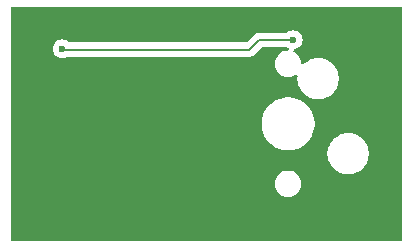
<source format=gbr>
G04 #@! TF.GenerationSoftware,KiCad,Pcbnew,8.0.6*
G04 #@! TF.CreationDate,2025-06-28T12:58:56+01:00*
G04 #@! TF.ProjectId,1x1,3178312e-6b69-4636-9164-5f7063625858,0.1*
G04 #@! TF.SameCoordinates,Original*
G04 #@! TF.FileFunction,Copper,L1,Top*
G04 #@! TF.FilePolarity,Positive*
%FSLAX46Y46*%
G04 Gerber Fmt 4.6, Leading zero omitted, Abs format (unit mm)*
G04 Created by KiCad (PCBNEW 8.0.6) date 2025-06-28 12:58:56*
%MOMM*%
%LPD*%
G01*
G04 APERTURE LIST*
G04 #@! TA.AperFunction,ViaPad*
%ADD10C,0.600000*%
G04 #@! TD*
G04 #@! TA.AperFunction,Conductor*
%ADD11C,0.200000*%
G04 #@! TD*
G04 APERTURE END LIST*
D10*
X115344066Y-54546000D03*
X95786066Y-55308000D03*
D11*
X111633124Y-55368000D02*
X112455124Y-54546000D01*
X95846066Y-55368000D02*
X111633124Y-55368000D01*
X112455124Y-54546000D02*
X115344066Y-54546000D01*
X95786066Y-55308000D02*
X95846066Y-55368000D01*
G04 #@! TA.AperFunction,NonConductor*
G36*
X124524605Y-51764185D02*
G01*
X124570360Y-51816989D01*
X124581566Y-51868500D01*
X124581566Y-71447500D01*
X124561881Y-71514539D01*
X124509077Y-71560294D01*
X124457566Y-71571500D01*
X91584566Y-71571500D01*
X91517527Y-71551815D01*
X91471772Y-71499011D01*
X91460566Y-71447500D01*
X91460566Y-66649421D01*
X113794500Y-66649421D01*
X113794500Y-66826578D01*
X113822214Y-67001556D01*
X113876956Y-67170039D01*
X113876957Y-67170042D01*
X113957386Y-67327890D01*
X114061517Y-67471214D01*
X114186786Y-67596483D01*
X114330110Y-67700614D01*
X114407529Y-67740061D01*
X114487957Y-67781042D01*
X114487960Y-67781043D01*
X114572201Y-67808414D01*
X114656445Y-67835786D01*
X114831421Y-67863500D01*
X114831422Y-67863500D01*
X115008578Y-67863500D01*
X115008579Y-67863500D01*
X115183555Y-67835786D01*
X115352042Y-67781042D01*
X115509890Y-67700614D01*
X115653214Y-67596483D01*
X115778483Y-67471214D01*
X115882614Y-67327890D01*
X115963042Y-67170042D01*
X116017786Y-67001555D01*
X116045500Y-66826579D01*
X116045500Y-66649421D01*
X116017786Y-66474445D01*
X115963042Y-66305958D01*
X115963042Y-66305957D01*
X115882613Y-66148109D01*
X115778483Y-66004786D01*
X115653214Y-65879517D01*
X115509890Y-65775386D01*
X115501953Y-65771342D01*
X115352042Y-65694957D01*
X115352039Y-65694956D01*
X115183556Y-65640214D01*
X115096067Y-65626357D01*
X115008579Y-65612500D01*
X114831421Y-65612500D01*
X114773095Y-65621738D01*
X114656443Y-65640214D01*
X114487960Y-65694956D01*
X114487957Y-65694957D01*
X114330109Y-65775386D01*
X114248338Y-65834796D01*
X114186786Y-65879517D01*
X114186784Y-65879519D01*
X114186783Y-65879519D01*
X114061519Y-66004783D01*
X114061519Y-66004784D01*
X114061517Y-66004786D01*
X114016796Y-66066338D01*
X113957386Y-66148109D01*
X113876957Y-66305957D01*
X113876956Y-66305960D01*
X113822214Y-66474443D01*
X113794500Y-66649421D01*
X91460566Y-66649421D01*
X91460566Y-64083258D01*
X118249500Y-64083258D01*
X118249500Y-64312741D01*
X118274446Y-64502215D01*
X118279452Y-64540238D01*
X118279453Y-64540240D01*
X118338842Y-64761887D01*
X118426650Y-64973876D01*
X118426657Y-64973890D01*
X118541392Y-65172617D01*
X118681081Y-65354661D01*
X118681089Y-65354670D01*
X118843330Y-65516911D01*
X118843338Y-65516918D01*
X119025382Y-65656607D01*
X119025385Y-65656608D01*
X119025388Y-65656611D01*
X119224112Y-65771344D01*
X119224117Y-65771346D01*
X119224123Y-65771349D01*
X119315480Y-65809190D01*
X119436113Y-65859158D01*
X119657762Y-65918548D01*
X119885266Y-65948500D01*
X119885273Y-65948500D01*
X120114727Y-65948500D01*
X120114734Y-65948500D01*
X120342238Y-65918548D01*
X120563887Y-65859158D01*
X120775888Y-65771344D01*
X120974612Y-65656611D01*
X121156661Y-65516919D01*
X121156665Y-65516914D01*
X121156670Y-65516911D01*
X121318911Y-65354670D01*
X121318914Y-65354665D01*
X121318919Y-65354661D01*
X121458611Y-65172612D01*
X121573344Y-64973888D01*
X121661158Y-64761887D01*
X121720548Y-64540238D01*
X121750500Y-64312734D01*
X121750500Y-64083266D01*
X121720548Y-63855762D01*
X121661158Y-63634113D01*
X121573344Y-63422112D01*
X121458611Y-63223388D01*
X121458608Y-63223385D01*
X121458607Y-63223382D01*
X121318918Y-63041338D01*
X121318911Y-63041330D01*
X121156670Y-62879089D01*
X121156661Y-62879081D01*
X120974617Y-62739392D01*
X120775890Y-62624657D01*
X120775876Y-62624650D01*
X120563887Y-62536842D01*
X120342238Y-62477452D01*
X120304215Y-62472446D01*
X120114741Y-62447500D01*
X120114734Y-62447500D01*
X119885266Y-62447500D01*
X119885258Y-62447500D01*
X119668715Y-62476009D01*
X119657762Y-62477452D01*
X119564076Y-62502554D01*
X119436112Y-62536842D01*
X119224123Y-62624650D01*
X119224109Y-62624657D01*
X119025382Y-62739392D01*
X118843338Y-62879081D01*
X118681081Y-63041338D01*
X118541392Y-63223382D01*
X118426657Y-63422109D01*
X118426650Y-63422123D01*
X118338842Y-63634112D01*
X118279453Y-63855759D01*
X118279451Y-63855770D01*
X118249500Y-64083258D01*
X91460566Y-64083258D01*
X91460566Y-61510900D01*
X112675600Y-61510900D01*
X112675600Y-61805099D01*
X112675601Y-61805116D01*
X112714001Y-62096796D01*
X112790152Y-62380994D01*
X112902734Y-62652794D01*
X112902742Y-62652810D01*
X113049840Y-62907589D01*
X113049851Y-62907605D01*
X113228948Y-63141009D01*
X113228954Y-63141016D01*
X113436983Y-63349045D01*
X113436990Y-63349051D01*
X113603205Y-63476592D01*
X113670403Y-63528155D01*
X113670410Y-63528159D01*
X113925189Y-63675257D01*
X113925205Y-63675265D01*
X114197005Y-63787847D01*
X114197007Y-63787847D01*
X114197013Y-63787850D01*
X114481200Y-63863998D01*
X114772894Y-63902400D01*
X114772901Y-63902400D01*
X115067099Y-63902400D01*
X115067106Y-63902400D01*
X115358800Y-63863998D01*
X115642987Y-63787850D01*
X115716318Y-63757475D01*
X115914794Y-63675265D01*
X115914797Y-63675263D01*
X115914803Y-63675261D01*
X116169597Y-63528155D01*
X116403011Y-63349050D01*
X116611050Y-63141011D01*
X116790155Y-62907597D01*
X116937261Y-62652803D01*
X116948920Y-62624657D01*
X117049847Y-62380994D01*
X117049846Y-62380994D01*
X117049850Y-62380987D01*
X117125998Y-62096800D01*
X117164400Y-61805106D01*
X117164400Y-61510894D01*
X117125998Y-61219200D01*
X117049850Y-60935013D01*
X117049847Y-60935005D01*
X116937265Y-60663205D01*
X116937257Y-60663189D01*
X116790159Y-60408410D01*
X116790155Y-60408403D01*
X116611050Y-60174989D01*
X116611045Y-60174983D01*
X116403016Y-59966954D01*
X116403009Y-59966948D01*
X116169605Y-59787851D01*
X116169603Y-59787849D01*
X116169597Y-59787845D01*
X116169592Y-59787842D01*
X116169589Y-59787840D01*
X115914810Y-59640742D01*
X115914794Y-59640734D01*
X115642994Y-59528152D01*
X115358796Y-59452001D01*
X115067116Y-59413601D01*
X115067111Y-59413600D01*
X115067106Y-59413600D01*
X114772894Y-59413600D01*
X114772888Y-59413600D01*
X114772883Y-59413601D01*
X114481203Y-59452001D01*
X114197005Y-59528152D01*
X113925205Y-59640734D01*
X113925189Y-59640742D01*
X113670410Y-59787840D01*
X113670394Y-59787851D01*
X113436990Y-59966948D01*
X113436983Y-59966954D01*
X113228954Y-60174983D01*
X113228948Y-60174990D01*
X113049851Y-60408394D01*
X113049840Y-60408410D01*
X112902742Y-60663189D01*
X112902734Y-60663205D01*
X112790152Y-60935005D01*
X112714001Y-61219203D01*
X112675601Y-61510883D01*
X112675600Y-61510900D01*
X91460566Y-61510900D01*
X91460566Y-55307996D01*
X94980501Y-55307996D01*
X94980501Y-55308003D01*
X95000696Y-55487249D01*
X95000697Y-55487254D01*
X95060277Y-55657523D01*
X95099231Y-55719517D01*
X95156250Y-55810262D01*
X95283804Y-55937816D01*
X95436544Y-56033789D01*
X95606805Y-56093366D01*
X95606811Y-56093368D01*
X95606816Y-56093369D01*
X95786062Y-56113565D01*
X95786066Y-56113565D01*
X95786070Y-56113565D01*
X95965315Y-56093369D01*
X95965317Y-56093368D01*
X95965321Y-56093368D01*
X95965324Y-56093366D01*
X95965328Y-56093366D01*
X96055443Y-56061832D01*
X96135588Y-56033789D01*
X96209247Y-55987505D01*
X96275219Y-55968500D01*
X111546455Y-55968500D01*
X111546471Y-55968501D01*
X111554067Y-55968501D01*
X111712178Y-55968501D01*
X111712181Y-55968501D01*
X111864909Y-55927577D01*
X111915028Y-55898639D01*
X112001840Y-55848520D01*
X112113644Y-55736716D01*
X112113644Y-55736714D01*
X112123852Y-55726507D01*
X112123853Y-55726504D01*
X112667541Y-55182819D01*
X112728864Y-55149334D01*
X112755222Y-55146500D01*
X114761654Y-55146500D01*
X114828693Y-55166185D01*
X114838969Y-55173555D01*
X114841802Y-55175814D01*
X114841804Y-55175816D01*
X114910530Y-55219000D01*
X114917702Y-55223506D01*
X114963993Y-55275841D01*
X114974641Y-55344895D01*
X114946266Y-55408743D01*
X114887876Y-55447115D01*
X114851730Y-55452500D01*
X114831421Y-55452500D01*
X114773095Y-55461738D01*
X114656443Y-55480214D01*
X114487960Y-55534956D01*
X114487957Y-55534957D01*
X114330109Y-55615386D01*
X114272113Y-55657523D01*
X114186786Y-55719517D01*
X114186784Y-55719519D01*
X114186783Y-55719519D01*
X114061519Y-55844783D01*
X114061519Y-55844784D01*
X114061517Y-55844786D01*
X114022388Y-55898642D01*
X113957386Y-55988109D01*
X113876957Y-56145957D01*
X113876956Y-56145960D01*
X113822214Y-56314443D01*
X113794500Y-56489421D01*
X113794500Y-56666578D01*
X113822214Y-56841556D01*
X113876956Y-57010039D01*
X113876957Y-57010042D01*
X113957386Y-57167890D01*
X114061517Y-57311214D01*
X114186786Y-57436483D01*
X114330110Y-57540614D01*
X114407529Y-57580061D01*
X114487957Y-57621042D01*
X114487960Y-57621043D01*
X114572201Y-57648414D01*
X114656445Y-57675786D01*
X114831421Y-57703500D01*
X114831422Y-57703500D01*
X115008578Y-57703500D01*
X115008579Y-57703500D01*
X115183555Y-57675786D01*
X115352042Y-57621042D01*
X115509890Y-57540614D01*
X115525161Y-57529518D01*
X115590964Y-57506038D01*
X115659018Y-57521862D01*
X115707715Y-57571966D01*
X115721592Y-57640443D01*
X115720986Y-57646022D01*
X115709500Y-57733258D01*
X115709500Y-57962741D01*
X115734446Y-58152215D01*
X115739452Y-58190238D01*
X115739453Y-58190240D01*
X115798842Y-58411887D01*
X115886650Y-58623876D01*
X115886657Y-58623890D01*
X116001392Y-58822617D01*
X116141081Y-59004661D01*
X116141089Y-59004670D01*
X116303330Y-59166911D01*
X116303338Y-59166918D01*
X116485382Y-59306607D01*
X116485385Y-59306608D01*
X116485388Y-59306611D01*
X116684112Y-59421344D01*
X116684117Y-59421346D01*
X116684123Y-59421349D01*
X116775480Y-59459190D01*
X116896113Y-59509158D01*
X117117762Y-59568548D01*
X117345266Y-59598500D01*
X117345273Y-59598500D01*
X117574727Y-59598500D01*
X117574734Y-59598500D01*
X117802238Y-59568548D01*
X118023887Y-59509158D01*
X118235888Y-59421344D01*
X118434612Y-59306611D01*
X118616661Y-59166919D01*
X118616665Y-59166914D01*
X118616670Y-59166911D01*
X118778911Y-59004670D01*
X118778914Y-59004665D01*
X118778919Y-59004661D01*
X118918611Y-58822612D01*
X119033344Y-58623888D01*
X119121158Y-58411887D01*
X119180548Y-58190238D01*
X119210500Y-57962734D01*
X119210500Y-57733266D01*
X119180548Y-57505762D01*
X119121158Y-57284113D01*
X119033344Y-57072112D01*
X118918611Y-56873388D01*
X118918608Y-56873385D01*
X118918607Y-56873382D01*
X118778918Y-56691338D01*
X118778911Y-56691330D01*
X118616670Y-56529089D01*
X118616661Y-56529081D01*
X118434617Y-56389392D01*
X118235890Y-56274657D01*
X118235876Y-56274650D01*
X118023887Y-56186842D01*
X117802238Y-56127452D01*
X117764215Y-56122446D01*
X117574741Y-56097500D01*
X117574734Y-56097500D01*
X117345266Y-56097500D01*
X117345258Y-56097500D01*
X117128715Y-56126009D01*
X117117762Y-56127452D01*
X117024076Y-56152554D01*
X116896112Y-56186842D01*
X116684123Y-56274650D01*
X116684109Y-56274657D01*
X116485382Y-56389392D01*
X116303338Y-56529081D01*
X116257181Y-56575238D01*
X116195858Y-56608723D01*
X116126166Y-56603739D01*
X116070233Y-56561867D01*
X116045816Y-56496403D01*
X116045621Y-56490967D01*
X116045500Y-56489423D01*
X116045500Y-56489421D01*
X116017786Y-56314445D01*
X115963042Y-56145958D01*
X115963042Y-56145957D01*
X115882613Y-55988109D01*
X115846073Y-55937816D01*
X115778483Y-55844786D01*
X115653214Y-55719517D01*
X115509890Y-55615386D01*
X115423779Y-55571510D01*
X115372983Y-55523535D01*
X115356188Y-55455714D01*
X115378726Y-55389579D01*
X115433441Y-55346128D01*
X115466192Y-55337805D01*
X115523315Y-55331369D01*
X115523318Y-55331368D01*
X115523321Y-55331368D01*
X115693588Y-55271789D01*
X115846328Y-55175816D01*
X115973882Y-55048262D01*
X116069855Y-54895522D01*
X116129434Y-54725255D01*
X116149631Y-54546000D01*
X116146998Y-54522632D01*
X116129435Y-54366750D01*
X116129434Y-54366745D01*
X116069854Y-54196476D01*
X115973881Y-54043737D01*
X115846328Y-53916184D01*
X115693589Y-53820211D01*
X115523320Y-53760631D01*
X115523315Y-53760630D01*
X115344070Y-53740435D01*
X115344062Y-53740435D01*
X115164816Y-53760630D01*
X115164811Y-53760631D01*
X114994542Y-53820211D01*
X114841802Y-53916185D01*
X114838969Y-53918445D01*
X114836790Y-53919334D01*
X114835908Y-53919889D01*
X114835810Y-53919734D01*
X114774283Y-53944855D01*
X114761654Y-53945500D01*
X112541794Y-53945500D01*
X112541778Y-53945499D01*
X112534182Y-53945499D01*
X112376067Y-53945499D01*
X112299703Y-53965961D01*
X112223338Y-53986423D01*
X112223333Y-53986426D01*
X112086414Y-54065475D01*
X112086406Y-54065481D01*
X111420708Y-54731181D01*
X111359385Y-54764666D01*
X111333027Y-54767500D01*
X96429006Y-54767500D01*
X96361967Y-54747815D01*
X96341325Y-54731181D01*
X96288328Y-54678184D01*
X96135589Y-54582211D01*
X95965320Y-54522631D01*
X95965315Y-54522630D01*
X95786070Y-54502435D01*
X95786062Y-54502435D01*
X95606816Y-54522630D01*
X95606811Y-54522631D01*
X95436542Y-54582211D01*
X95283803Y-54678184D01*
X95156250Y-54805737D01*
X95060277Y-54958476D01*
X95000697Y-55128745D01*
X95000696Y-55128750D01*
X94980501Y-55307996D01*
X91460566Y-55307996D01*
X91460566Y-51868500D01*
X91480251Y-51801461D01*
X91533055Y-51755706D01*
X91584566Y-51744500D01*
X124457566Y-51744500D01*
X124524605Y-51764185D01*
G37*
G04 #@! TD.AperFunction*
M02*

</source>
